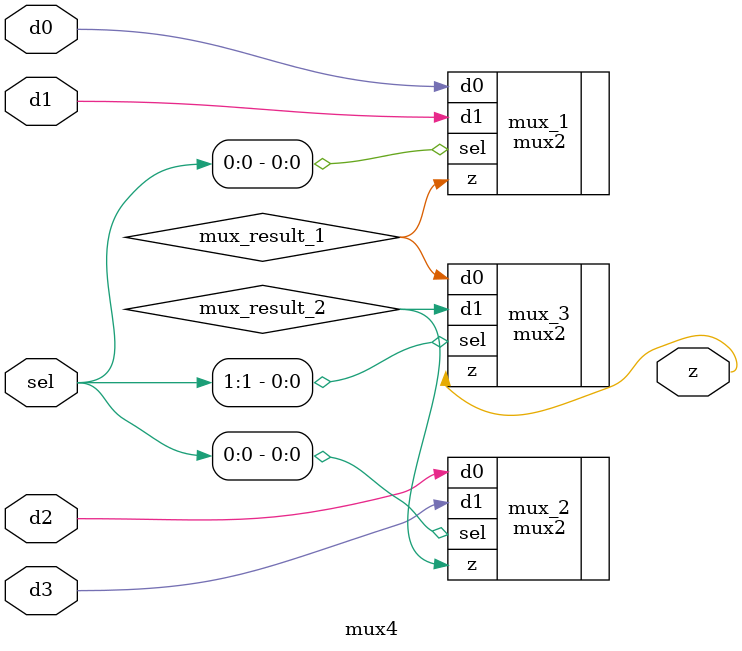
<source format=sv>
module mux4 (
    input logic d0,          // Data input 0
    input logic d1,          // Data input 1
    input logic d2,          // Data input 2
    input logic d3,          // Data input 3
    input logic [1:0] sel,   // Select input
    output logic z           // Output
);
logic mux_result_1,mux_result_2;

mux2 mux_1(
	.d0(d0),
	.d1(d1),
	.sel(sel[0]),
	.z(mux_result_1)
	);
	
mux2 mux_2(
	.d0(d2),
	.d1(d3),
	.sel(sel[0]),
	.z(mux_result_2)
	);

mux2 mux_3(
	.d0(mux_result_1),
	.d1(mux_result_2),
	.sel(sel[1]),
	.z(z)
	);
endmodule

</source>
